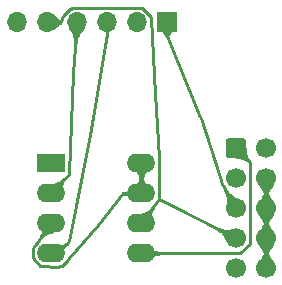
<source format=gbr>
%TF.GenerationSoftware,KiCad,Pcbnew,5.1.6*%
%TF.CreationDate,2020-10-08T05:31:35+03:00*%
%TF.ProjectId,pickit2_adapter,7069636b-6974-4325-9f61-646170746572,rev?*%
%TF.SameCoordinates,Original*%
%TF.FileFunction,Copper,L2,Bot*%
%TF.FilePolarity,Positive*%
%FSLAX46Y46*%
G04 Gerber Fmt 4.6, Leading zero omitted, Abs format (unit mm)*
G04 Created by KiCad (PCBNEW 5.1.6) date 2020-10-08 05:31:35*
%MOMM*%
%LPD*%
G01*
G04 APERTURE LIST*
%TA.AperFunction,ComponentPad*%
%ADD10O,2.400000X1.600000*%
%TD*%
%TA.AperFunction,ComponentPad*%
%ADD11R,2.400000X1.600000*%
%TD*%
%TA.AperFunction,ComponentPad*%
%ADD12C,1.700000*%
%TD*%
%TA.AperFunction,ComponentPad*%
%ADD13O,1.700000X1.700000*%
%TD*%
%TA.AperFunction,ComponentPad*%
%ADD14R,1.700000X1.700000*%
%TD*%
%TA.AperFunction,Conductor*%
%ADD15C,0.250000*%
%TD*%
%TA.AperFunction,Conductor*%
%ADD16C,0.025400*%
%TD*%
G04 APERTURE END LIST*
D10*
%TO.P,SPI,8*%
%TO.N,VDD*%
X94742000Y-50927000D03*
%TO.P,SPI,4*%
%TO.N,GND*%
X87122000Y-58547000D03*
%TO.P,SPI,7*%
%TO.N,VDD*%
X94742000Y-53467000D03*
%TO.P,SPI,3*%
X87122000Y-56007000D03*
%TO.P,SPI,6*%
%TO.N,pgc*%
X94742000Y-56007000D03*
%TO.P,SPI,2*%
%TO.N,pgd*%
X87122000Y-53467000D03*
%TO.P,SPI,5*%
%TO.N,pgm*%
X94742000Y-58547000D03*
D11*
%TO.P,SPI,1*%
%TO.N,vpp*%
X87122000Y-50927000D03*
%TD*%
D12*
%TO.P,AVR,10*%
%TO.N,GND*%
X105283000Y-59817000D03*
%TO.P,AVR,8*%
X105283000Y-57277000D03*
%TO.P,AVR,6*%
X105283000Y-54737000D03*
%TO.P,AVR,4*%
X105283000Y-52197000D03*
%TO.P,AVR,2*%
%TO.N,VDD*%
X105283000Y-49657000D03*
%TO.P,AVR,9*%
%TO.N,pgd*%
X102743000Y-59817000D03*
%TO.P,AVR,7*%
%TO.N,pgc*%
X102743000Y-57277000D03*
%TO.P,AVR,5*%
%TO.N,vpp*%
X102743000Y-54737000D03*
%TO.P,AVR,3*%
%TO.N,N/C*%
X102743000Y-52197000D03*
%TO.P,AVR,1*%
%TO.N,pgm*%
%TA.AperFunction,ComponentPad*%
G36*
G01*
X101893000Y-50257000D02*
X101893000Y-49057000D01*
G75*
G02*
X102143000Y-48807000I250000J0D01*
G01*
X103343000Y-48807000D01*
G75*
G02*
X103593000Y-49057000I0J-250000D01*
G01*
X103593000Y-50257000D01*
G75*
G02*
X103343000Y-50507000I-250000J0D01*
G01*
X102143000Y-50507000D01*
G75*
G02*
X101893000Y-50257000I0J250000D01*
G01*
G37*
%TD.AperFunction*%
%TD*%
D13*
%TO.P,PICkit2,6*%
%TO.N,pgm*%
X84201000Y-38989000D03*
%TO.P,PICkit2,5*%
%TO.N,pgc*%
X86741000Y-38989000D03*
%TO.P,PICkit2,4*%
%TO.N,pgd*%
X89281000Y-38989000D03*
%TO.P,PICkit2,3*%
%TO.N,GND*%
X91821000Y-38989000D03*
%TO.P,PICkit2,2*%
%TO.N,VDD*%
X94361000Y-38989000D03*
D14*
%TO.P,PICkit2,1*%
%TO.N,vpp*%
X96901000Y-38989000D03*
%TD*%
D15*
%TO.N,pgm*%
X102743000Y-49657000D02*
X103918400Y-50832400D01*
X103918400Y-50832400D02*
X103918400Y-57764100D01*
X103918400Y-57764100D02*
X103135500Y-58547000D01*
X103135500Y-58547000D02*
X94742000Y-58547000D01*
%TO.N,pgc*%
X96246700Y-53939300D02*
X96217400Y-53983100D01*
X96217400Y-53983100D02*
X96211700Y-53988800D01*
X96211700Y-53988800D02*
X94742000Y-56007000D01*
X87916300Y-38989000D02*
X88054700Y-38657100D01*
X88054700Y-38657100D02*
X88127700Y-38496800D01*
X88127700Y-38496800D02*
X88150600Y-38457500D01*
X88150600Y-38457500D02*
X88310200Y-38288600D01*
X88310200Y-38288600D02*
X88718600Y-37884100D01*
X88718600Y-37884100D02*
X88767000Y-37847300D01*
X88767000Y-37847300D02*
X88794100Y-37831900D01*
X88794100Y-37831900D02*
X88847500Y-37815700D01*
X88847500Y-37815700D02*
X88857700Y-37813700D01*
X88857700Y-37813700D02*
X94784300Y-37813700D01*
X94784300Y-37813700D02*
X94823100Y-37821400D01*
X94823100Y-37821400D02*
X94854300Y-37834300D01*
X94854300Y-37834300D02*
X94897300Y-37863100D01*
X94897300Y-37863100D02*
X95485100Y-38450900D01*
X95485100Y-38450900D02*
X95510700Y-38488200D01*
X95510700Y-38488200D02*
X95524700Y-38519700D01*
X95524700Y-38519700D02*
X95532900Y-38553800D01*
X95532900Y-38553800D02*
X95542200Y-38619000D01*
X95542200Y-38619000D02*
X95870900Y-45083300D01*
X95870900Y-45083300D02*
X96262900Y-50400800D01*
X96262900Y-50400800D02*
X96267300Y-50520200D01*
X96267300Y-50520200D02*
X96267300Y-53869400D01*
X96267300Y-53869400D02*
X96259600Y-53908100D01*
X96259600Y-53908100D02*
X96246700Y-53939300D01*
X102743000Y-57277000D02*
X96246700Y-53939300D01*
X86741000Y-38989000D02*
X87916300Y-38989000D01*
%TO.N,pgd*%
X89281000Y-38989000D02*
X88961400Y-43313800D01*
X88961400Y-43313800D02*
X88647200Y-51792500D01*
X88647200Y-51792500D02*
X88638800Y-51834400D01*
X88638800Y-51834400D02*
X88619900Y-51880200D01*
X88619900Y-51880200D02*
X88601700Y-51907400D01*
X88601700Y-51907400D02*
X88222000Y-52287100D01*
X88222000Y-52287100D02*
X87122000Y-53467000D01*
%TO.N,GND*%
X91821000Y-39977700D02*
X90425600Y-48532500D01*
X90425600Y-48532500D02*
X88589200Y-57544100D01*
X88589200Y-57544100D02*
X88574400Y-57592100D01*
X88574400Y-57592100D02*
X88564600Y-57615200D01*
X88564600Y-57615200D02*
X88546600Y-57644100D01*
X88546600Y-57644100D02*
X88517700Y-57677200D01*
X88517700Y-57677200D02*
X88457300Y-57736500D01*
X88457300Y-57736500D02*
X88408000Y-57777600D01*
X88408000Y-57777600D02*
X88302400Y-57852500D01*
X88302400Y-57852500D02*
X87296700Y-58452100D01*
X87296700Y-58452100D02*
X87122000Y-58547000D01*
X91821000Y-38989000D02*
X91821000Y-39977700D01*
X105283000Y-57277000D02*
X105283000Y-59817000D01*
X105283000Y-54737000D02*
X105283000Y-57277000D01*
X105283000Y-52197000D02*
X105283000Y-54737000D01*
%TO.N,VDD*%
X94742000Y-50927000D02*
X94742000Y-53467000D01*
X94742000Y-53467000D02*
X93216700Y-53467000D01*
X87122000Y-56007000D02*
X85937300Y-57647000D01*
X85937300Y-57647000D02*
X85748400Y-57887600D01*
X85748400Y-57887600D02*
X85635500Y-58044600D01*
X85635500Y-58044600D02*
X85612700Y-58086500D01*
X85612700Y-58086500D02*
X85596700Y-58132700D01*
X85596700Y-58132700D02*
X85596700Y-58949400D01*
X85596700Y-58949400D02*
X85604400Y-58988100D01*
X85604400Y-58988100D02*
X85617300Y-59019300D01*
X85617300Y-59019300D02*
X85646600Y-59063100D01*
X85646600Y-59063100D02*
X86205800Y-59622300D01*
X86205800Y-59622300D02*
X86241900Y-59646500D01*
X86241900Y-59646500D02*
X86285300Y-59664400D01*
X86285300Y-59664400D02*
X86325200Y-59672400D01*
X86325200Y-59672400D02*
X87619300Y-59678800D01*
X87619300Y-59678800D02*
X87915900Y-59673000D01*
X87915900Y-59673000D02*
X87961000Y-59663100D01*
X87961000Y-59663100D02*
X87989400Y-59652300D01*
X87989400Y-59652300D02*
X88030800Y-59629100D01*
X88030800Y-59629100D02*
X88190700Y-59475700D01*
X88190700Y-59475700D02*
X88572800Y-59089600D01*
X88572800Y-59089600D02*
X88655900Y-58996300D01*
X88655900Y-58996300D02*
X91068100Y-56145000D01*
X91068100Y-56145000D02*
X93216700Y-53467000D01*
%TO.N,vpp*%
X96901000Y-38989000D02*
X96901000Y-40164300D01*
X96901000Y-40164300D02*
X99755200Y-47051600D01*
X99755200Y-47051600D02*
X99780400Y-47119700D01*
X99780400Y-47119700D02*
X101372700Y-52076300D01*
X101372700Y-52076300D02*
X101582000Y-52674700D01*
X101582000Y-52674700D02*
X101744600Y-52979100D01*
X101744600Y-52979100D02*
X102742500Y-54735900D01*
X102742500Y-54735900D02*
X102743000Y-54737000D01*
%TD*%
D16*
%TO.N,pgm*%
G36*
X103580477Y-49675298D02*
G01*
X103583213Y-49795032D01*
X103583264Y-49795910D01*
X103594758Y-49920400D01*
X103594878Y-49921328D01*
X103614911Y-50041063D01*
X103615112Y-50042030D01*
X103643685Y-50157012D01*
X103643974Y-50158001D01*
X103681087Y-50268229D01*
X103681468Y-50269222D01*
X103727121Y-50374696D01*
X103727592Y-50375669D01*
X103781785Y-50476389D01*
X103782339Y-50477320D01*
X103845072Y-50573287D01*
X103845695Y-50574158D01*
X103916968Y-50665371D01*
X103917643Y-50666165D01*
X103989180Y-50743659D01*
X103829659Y-50903180D01*
X103752165Y-50831643D01*
X103751371Y-50830968D01*
X103660158Y-50759695D01*
X103659287Y-50759072D01*
X103563320Y-50696339D01*
X103562389Y-50695785D01*
X103461669Y-50641592D01*
X103460696Y-50641121D01*
X103355222Y-50595468D01*
X103354229Y-50595087D01*
X103244001Y-50557974D01*
X103243012Y-50557685D01*
X103128030Y-50529112D01*
X103127063Y-50528911D01*
X103007328Y-50508878D01*
X103006400Y-50508758D01*
X102881910Y-50497264D01*
X102881032Y-50497213D01*
X102761298Y-50494477D01*
X102460459Y-49374459D01*
X103580477Y-49675298D01*
G37*
X103580477Y-49675298D02*
X103583213Y-49795032D01*
X103583264Y-49795910D01*
X103594758Y-49920400D01*
X103594878Y-49921328D01*
X103614911Y-50041063D01*
X103615112Y-50042030D01*
X103643685Y-50157012D01*
X103643974Y-50158001D01*
X103681087Y-50268229D01*
X103681468Y-50269222D01*
X103727121Y-50374696D01*
X103727592Y-50375669D01*
X103781785Y-50476389D01*
X103782339Y-50477320D01*
X103845072Y-50573287D01*
X103845695Y-50574158D01*
X103916968Y-50665371D01*
X103917643Y-50666165D01*
X103989180Y-50743659D01*
X103829659Y-50903180D01*
X103752165Y-50831643D01*
X103751371Y-50830968D01*
X103660158Y-50759695D01*
X103659287Y-50759072D01*
X103563320Y-50696339D01*
X103562389Y-50695785D01*
X103461669Y-50641592D01*
X103460696Y-50641121D01*
X103355222Y-50595468D01*
X103354229Y-50595087D01*
X103244001Y-50557974D01*
X103243012Y-50557685D01*
X103128030Y-50529112D01*
X103127063Y-50528911D01*
X103007328Y-50508878D01*
X103006400Y-50508758D01*
X102881910Y-50497264D01*
X102881032Y-50497213D01*
X102761298Y-50494477D01*
X102460459Y-49374459D01*
X103580477Y-49675298D01*
G36*
X95391916Y-58078874D02*
G01*
X95392660Y-58079525D01*
X95484102Y-58153475D01*
X95484926Y-58154088D01*
X95580478Y-58219338D01*
X95581372Y-58219896D01*
X95681034Y-58276446D01*
X95681984Y-58276933D01*
X95785756Y-58324783D01*
X95786742Y-58325188D01*
X95894624Y-58364338D01*
X95895624Y-58364655D01*
X96007616Y-58395105D01*
X96008610Y-58395333D01*
X96124712Y-58417083D01*
X96125679Y-58417226D01*
X96245891Y-58430276D01*
X96246818Y-58430342D01*
X96358885Y-58434264D01*
X96358885Y-58659736D01*
X96246818Y-58663657D01*
X96245891Y-58663723D01*
X96125679Y-58676773D01*
X96124712Y-58676916D01*
X96008610Y-58698666D01*
X96007616Y-58698894D01*
X95895624Y-58729344D01*
X95894624Y-58729661D01*
X95786742Y-58768811D01*
X95785756Y-58769216D01*
X95681984Y-58817066D01*
X95681034Y-58817553D01*
X95581372Y-58874103D01*
X95580478Y-58874661D01*
X95484926Y-58939911D01*
X95484102Y-58940524D01*
X95392660Y-59014474D01*
X95391916Y-59015125D01*
X95311458Y-59091271D01*
X94367426Y-58547000D01*
X95311458Y-58002729D01*
X95391916Y-58078874D01*
G37*
X95391916Y-58078874D02*
X95392660Y-58079525D01*
X95484102Y-58153475D01*
X95484926Y-58154088D01*
X95580478Y-58219338D01*
X95581372Y-58219896D01*
X95681034Y-58276446D01*
X95681984Y-58276933D01*
X95785756Y-58324783D01*
X95786742Y-58325188D01*
X95894624Y-58364338D01*
X95895624Y-58364655D01*
X96007616Y-58395105D01*
X96008610Y-58395333D01*
X96124712Y-58417083D01*
X96125679Y-58417226D01*
X96245891Y-58430276D01*
X96246818Y-58430342D01*
X96358885Y-58434264D01*
X96358885Y-58659736D01*
X96246818Y-58663657D01*
X96245891Y-58663723D01*
X96125679Y-58676773D01*
X96124712Y-58676916D01*
X96008610Y-58698666D01*
X96007616Y-58698894D01*
X95895624Y-58729344D01*
X95894624Y-58729661D01*
X95786742Y-58768811D01*
X95785756Y-58769216D01*
X95681984Y-58817066D01*
X95681034Y-58817553D01*
X95581372Y-58874103D01*
X95580478Y-58874661D01*
X95484926Y-58939911D01*
X95484102Y-58940524D01*
X95392660Y-59014474D01*
X95391916Y-59015125D01*
X95311458Y-59091271D01*
X94367426Y-58547000D01*
X95311458Y-58002729D01*
X95391916Y-58078874D01*
%TO.N,pgc*%
G36*
X95784951Y-54766323D02*
G01*
X95722150Y-54859222D01*
X95721658Y-54860010D01*
X95661441Y-54964868D01*
X95660987Y-54965735D01*
X95610223Y-55072392D01*
X95609822Y-55073329D01*
X95568510Y-55181785D01*
X95568177Y-55182781D01*
X95536318Y-55293037D01*
X95536066Y-55294072D01*
X95513658Y-55406126D01*
X95513492Y-55407180D01*
X95500537Y-55521033D01*
X95500462Y-55522085D01*
X95496959Y-55637738D01*
X95496969Y-55638765D01*
X95502919Y-55756216D01*
X95503008Y-55757200D01*
X95517198Y-55867064D01*
X94521499Y-56309793D01*
X94637254Y-55226269D01*
X94746170Y-55206053D01*
X94747134Y-55205835D01*
X94860743Y-55175448D01*
X94861723Y-55175142D01*
X94970718Y-55136312D01*
X94971696Y-55135918D01*
X95076077Y-55088643D01*
X95077029Y-55088162D01*
X95176798Y-55032444D01*
X95177706Y-55031886D01*
X95272861Y-54967724D01*
X95273706Y-54967102D01*
X95364247Y-54894496D01*
X95365016Y-54893827D01*
X95450945Y-54812778D01*
X95451630Y-54812079D01*
X95532945Y-54722585D01*
X95533545Y-54721876D01*
X95602686Y-54633593D01*
X95784951Y-54766323D01*
G37*
X95784951Y-54766323D02*
X95722150Y-54859222D01*
X95721658Y-54860010D01*
X95661441Y-54964868D01*
X95660987Y-54965735D01*
X95610223Y-55072392D01*
X95609822Y-55073329D01*
X95568510Y-55181785D01*
X95568177Y-55182781D01*
X95536318Y-55293037D01*
X95536066Y-55294072D01*
X95513658Y-55406126D01*
X95513492Y-55407180D01*
X95500537Y-55521033D01*
X95500462Y-55522085D01*
X95496959Y-55637738D01*
X95496969Y-55638765D01*
X95502919Y-55756216D01*
X95503008Y-55757200D01*
X95517198Y-55867064D01*
X94521499Y-56309793D01*
X94637254Y-55226269D01*
X94746170Y-55206053D01*
X94747134Y-55205835D01*
X94860743Y-55175448D01*
X94861723Y-55175142D01*
X94970718Y-55136312D01*
X94971696Y-55135918D01*
X95076077Y-55088643D01*
X95077029Y-55088162D01*
X95176798Y-55032444D01*
X95177706Y-55031886D01*
X95272861Y-54967724D01*
X95273706Y-54967102D01*
X95364247Y-54894496D01*
X95365016Y-54893827D01*
X95450945Y-54812778D01*
X95451630Y-54812079D01*
X95532945Y-54722585D01*
X95533545Y-54721876D01*
X95602686Y-54633593D01*
X95784951Y-54766323D01*
G36*
X101359488Y-56434624D02*
G01*
X101360342Y-56434989D01*
X101482291Y-56481793D01*
X101483218Y-56482108D01*
X101605517Y-56518522D01*
X101606505Y-56518773D01*
X101729151Y-56544799D01*
X101730185Y-56544975D01*
X101853181Y-56560612D01*
X101854243Y-56560702D01*
X101977586Y-56565949D01*
X101978653Y-56565949D01*
X102102345Y-56560807D01*
X102103396Y-56560720D01*
X102227437Y-56545190D01*
X102228450Y-56545021D01*
X102352839Y-56519101D01*
X102353797Y-56518862D01*
X102469449Y-56485199D01*
X103098408Y-57459603D01*
X101940000Y-57515684D01*
X101900022Y-57402061D01*
X101899658Y-57401142D01*
X101848297Y-57284925D01*
X101847844Y-57284004D01*
X101788240Y-57174120D01*
X101787700Y-57173215D01*
X101719853Y-57069663D01*
X101719231Y-57068795D01*
X101643141Y-56971577D01*
X101642450Y-56970767D01*
X101558116Y-56879881D01*
X101557371Y-56879142D01*
X101464795Y-56794590D01*
X101464015Y-56793933D01*
X101363195Y-56715713D01*
X101362399Y-56715143D01*
X101253337Y-56643256D01*
X101252543Y-56642774D01*
X101145943Y-56583203D01*
X101248984Y-56382651D01*
X101359488Y-56434624D01*
G37*
X101359488Y-56434624D02*
X101360342Y-56434989D01*
X101482291Y-56481793D01*
X101483218Y-56482108D01*
X101605517Y-56518522D01*
X101606505Y-56518773D01*
X101729151Y-56544799D01*
X101730185Y-56544975D01*
X101853181Y-56560612D01*
X101854243Y-56560702D01*
X101977586Y-56565949D01*
X101978653Y-56565949D01*
X102102345Y-56560807D01*
X102103396Y-56560720D01*
X102227437Y-56545190D01*
X102228450Y-56545021D01*
X102352839Y-56519101D01*
X102353797Y-56518862D01*
X102469449Y-56485199D01*
X103098408Y-57459603D01*
X101940000Y-57515684D01*
X101900022Y-57402061D01*
X101899658Y-57401142D01*
X101848297Y-57284925D01*
X101847844Y-57284004D01*
X101788240Y-57174120D01*
X101787700Y-57173215D01*
X101719853Y-57069663D01*
X101719231Y-57068795D01*
X101643141Y-56971577D01*
X101642450Y-56970767D01*
X101558116Y-56879881D01*
X101557371Y-56879142D01*
X101464795Y-56794590D01*
X101464015Y-56793933D01*
X101363195Y-56715713D01*
X101362399Y-56715143D01*
X101253337Y-56643256D01*
X101252543Y-56642774D01*
X101145943Y-56583203D01*
X101248984Y-56382651D01*
X101359488Y-56434624D01*
G36*
X87427613Y-38492245D02*
G01*
X87427740Y-38492371D01*
X87509285Y-38572271D01*
X87509443Y-38572423D01*
X87583926Y-38642923D01*
X87584128Y-38643111D01*
X87651549Y-38704211D01*
X87651815Y-38704445D01*
X87712174Y-38756145D01*
X87712541Y-38756448D01*
X87765838Y-38798748D01*
X87766370Y-38799148D01*
X87812605Y-38832048D01*
X87813435Y-38832591D01*
X87852608Y-38856091D01*
X87854035Y-38856828D01*
X87886145Y-38870928D01*
X87888908Y-38871782D01*
X87903600Y-38874539D01*
X87903600Y-39103460D01*
X87888909Y-39106217D01*
X87886145Y-39107071D01*
X87854035Y-39121171D01*
X87852608Y-39121908D01*
X87813435Y-39145408D01*
X87812605Y-39145951D01*
X87766370Y-39178851D01*
X87765838Y-39179251D01*
X87712541Y-39221551D01*
X87712174Y-39221854D01*
X87651815Y-39273554D01*
X87651549Y-39273788D01*
X87584128Y-39334888D01*
X87583926Y-39335076D01*
X87509443Y-39405576D01*
X87509285Y-39405728D01*
X87427740Y-39485628D01*
X87427613Y-39485754D01*
X87345893Y-39568114D01*
X86341426Y-38989000D01*
X87345893Y-38409886D01*
X87427613Y-38492245D01*
G37*
X87427613Y-38492245D02*
X87427740Y-38492371D01*
X87509285Y-38572271D01*
X87509443Y-38572423D01*
X87583926Y-38642923D01*
X87584128Y-38643111D01*
X87651549Y-38704211D01*
X87651815Y-38704445D01*
X87712174Y-38756145D01*
X87712541Y-38756448D01*
X87765838Y-38798748D01*
X87766370Y-38799148D01*
X87812605Y-38832048D01*
X87813435Y-38832591D01*
X87852608Y-38856091D01*
X87854035Y-38856828D01*
X87886145Y-38870928D01*
X87888908Y-38871782D01*
X87903600Y-38874539D01*
X87903600Y-39103460D01*
X87888909Y-39106217D01*
X87886145Y-39107071D01*
X87854035Y-39121171D01*
X87852608Y-39121908D01*
X87813435Y-39145408D01*
X87812605Y-39145951D01*
X87766370Y-39178851D01*
X87765838Y-39179251D01*
X87712541Y-39221551D01*
X87712174Y-39221854D01*
X87651815Y-39273554D01*
X87651549Y-39273788D01*
X87584128Y-39334888D01*
X87583926Y-39335076D01*
X87509443Y-39405576D01*
X87509285Y-39405728D01*
X87427740Y-39485628D01*
X87427613Y-39485754D01*
X87345893Y-39568114D01*
X86341426Y-38989000D01*
X87345893Y-38409886D01*
X87427613Y-38492245D01*
%TO.N,pgd*%
G36*
X89814095Y-39635210D02*
G01*
X89725077Y-39716354D01*
X89724374Y-39717048D01*
X89637411Y-39809686D01*
X89636739Y-39810462D01*
X89558822Y-39908218D01*
X89558199Y-39909069D01*
X89489331Y-40011944D01*
X89488776Y-40012855D01*
X89428954Y-40120849D01*
X89428477Y-40121802D01*
X89377703Y-40234913D01*
X89377313Y-40235887D01*
X89335586Y-40354118D01*
X89335286Y-40355093D01*
X89302607Y-40478441D01*
X89302393Y-40479395D01*
X89278761Y-40607863D01*
X89278626Y-40608783D01*
X89265373Y-40730178D01*
X89040511Y-40713561D01*
X89045246Y-40591535D01*
X89045248Y-40590606D01*
X89040757Y-40460060D01*
X89040686Y-40459084D01*
X89026493Y-40332272D01*
X89026339Y-40331265D01*
X89002445Y-40208185D01*
X89002203Y-40207164D01*
X88968608Y-40087818D01*
X88968276Y-40086805D01*
X88924978Y-39971191D01*
X88924562Y-39970208D01*
X88871564Y-39858327D01*
X88871074Y-39857394D01*
X88808373Y-39749246D01*
X88807823Y-39748379D01*
X88735422Y-39643964D01*
X88734827Y-39643175D01*
X88658705Y-39549829D01*
X89310447Y-38590514D01*
X89814095Y-39635210D01*
G37*
X89814095Y-39635210D02*
X89725077Y-39716354D01*
X89724374Y-39717048D01*
X89637411Y-39809686D01*
X89636739Y-39810462D01*
X89558822Y-39908218D01*
X89558199Y-39909069D01*
X89489331Y-40011944D01*
X89488776Y-40012855D01*
X89428954Y-40120849D01*
X89428477Y-40121802D01*
X89377703Y-40234913D01*
X89377313Y-40235887D01*
X89335586Y-40354118D01*
X89335286Y-40355093D01*
X89302607Y-40478441D01*
X89302393Y-40479395D01*
X89278761Y-40607863D01*
X89278626Y-40608783D01*
X89265373Y-40730178D01*
X89040511Y-40713561D01*
X89045246Y-40591535D01*
X89045248Y-40590606D01*
X89040757Y-40460060D01*
X89040686Y-40459084D01*
X89026493Y-40332272D01*
X89026339Y-40331265D01*
X89002445Y-40208185D01*
X89002203Y-40207164D01*
X88968608Y-40087818D01*
X88968276Y-40086805D01*
X88924978Y-39971191D01*
X88924562Y-39970208D01*
X88871564Y-39858327D01*
X88871074Y-39857394D01*
X88808373Y-39749246D01*
X88807823Y-39748379D01*
X88735422Y-39643964D01*
X88734827Y-39643175D01*
X88658705Y-39549829D01*
X89310447Y-38590514D01*
X89814095Y-39635210D01*
G36*
X88295807Y-52373273D02*
G01*
X88224373Y-52455629D01*
X88223778Y-52456370D01*
X88153258Y-52551150D01*
X88152695Y-52551971D01*
X88091117Y-52649917D01*
X88090604Y-52650813D01*
X88037968Y-52751927D01*
X88037520Y-52752883D01*
X87993825Y-52857165D01*
X87993454Y-52858165D01*
X87958700Y-52965613D01*
X87958416Y-52966635D01*
X87932605Y-53077250D01*
X87932410Y-53078273D01*
X87915540Y-53192056D01*
X87915432Y-53193060D01*
X87907503Y-53310010D01*
X87907474Y-53310976D01*
X87908408Y-53421622D01*
X86866577Y-53740977D01*
X87112215Y-52679344D01*
X87222653Y-52672529D01*
X87223615Y-52672433D01*
X87339723Y-52656337D01*
X87340717Y-52656158D01*
X87453039Y-52631364D01*
X87454046Y-52631098D01*
X87562584Y-52597606D01*
X87563584Y-52597251D01*
X87668336Y-52555061D01*
X87669307Y-52554622D01*
X87770273Y-52503734D01*
X87771195Y-52503220D01*
X87868376Y-52443634D01*
X87869234Y-52443059D01*
X87962630Y-52374775D01*
X87963410Y-52374156D01*
X88053020Y-52297174D01*
X88053717Y-52296529D01*
X88130872Y-52219506D01*
X88295807Y-52373273D01*
G37*
X88295807Y-52373273D02*
X88224373Y-52455629D01*
X88223778Y-52456370D01*
X88153258Y-52551150D01*
X88152695Y-52551971D01*
X88091117Y-52649917D01*
X88090604Y-52650813D01*
X88037968Y-52751927D01*
X88037520Y-52752883D01*
X87993825Y-52857165D01*
X87993454Y-52858165D01*
X87958700Y-52965613D01*
X87958416Y-52966635D01*
X87932605Y-53077250D01*
X87932410Y-53078273D01*
X87915540Y-53192056D01*
X87915432Y-53193060D01*
X87907503Y-53310010D01*
X87907474Y-53310976D01*
X87908408Y-53421622D01*
X86866577Y-53740977D01*
X87112215Y-52679344D01*
X87222653Y-52672529D01*
X87223615Y-52672433D01*
X87339723Y-52656337D01*
X87340717Y-52656158D01*
X87453039Y-52631364D01*
X87454046Y-52631098D01*
X87562584Y-52597606D01*
X87563584Y-52597251D01*
X87668336Y-52555061D01*
X87669307Y-52554622D01*
X87770273Y-52503734D01*
X87771195Y-52503220D01*
X87868376Y-52443634D01*
X87869234Y-52443059D01*
X87962630Y-52374775D01*
X87963410Y-52374156D01*
X88053020Y-52297174D01*
X88053717Y-52296529D01*
X88130872Y-52219506D01*
X88295807Y-52373273D01*
%TO.N,GND*%
G36*
X88349241Y-57955868D02*
G01*
X88296609Y-57990013D01*
X88295434Y-57990875D01*
X88236144Y-58039844D01*
X88235136Y-58040771D01*
X88179445Y-58097907D01*
X88178612Y-58098853D01*
X88126521Y-58164158D01*
X88125849Y-58165081D01*
X88077357Y-58238554D01*
X88076828Y-58239431D01*
X88031936Y-58321071D01*
X88031526Y-58321885D01*
X87990233Y-58411694D01*
X87989919Y-58412439D01*
X87952226Y-58510415D01*
X87951987Y-58511091D01*
X87917893Y-58617236D01*
X87917714Y-58617847D01*
X87889697Y-58722875D01*
X86800269Y-58738816D01*
X87332331Y-57788028D01*
X87438121Y-57813449D01*
X87438715Y-57813577D01*
X87548548Y-57834468D01*
X87549222Y-57834578D01*
X87653744Y-57848691D01*
X87654506Y-57848770D01*
X87753716Y-57856106D01*
X87754577Y-57856141D01*
X87848477Y-57856700D01*
X87849442Y-57856669D01*
X87938031Y-57850451D01*
X87939100Y-57850330D01*
X88022378Y-57837334D01*
X88023542Y-57837096D01*
X88101509Y-57817322D01*
X88102746Y-57816941D01*
X88175402Y-57790391D01*
X88176676Y-57789844D01*
X88233494Y-57761726D01*
X88349241Y-57955868D01*
G37*
X88349241Y-57955868D02*
X88296609Y-57990013D01*
X88295434Y-57990875D01*
X88236144Y-58039844D01*
X88235136Y-58040771D01*
X88179445Y-58097907D01*
X88178612Y-58098853D01*
X88126521Y-58164158D01*
X88125849Y-58165081D01*
X88077357Y-58238554D01*
X88076828Y-58239431D01*
X88031936Y-58321071D01*
X88031526Y-58321885D01*
X87990233Y-58411694D01*
X87989919Y-58412439D01*
X87952226Y-58510415D01*
X87951987Y-58511091D01*
X87917893Y-58617236D01*
X87917714Y-58617847D01*
X87889697Y-58722875D01*
X86800269Y-58738816D01*
X87332331Y-57788028D01*
X87438121Y-57813449D01*
X87438715Y-57813577D01*
X87548548Y-57834468D01*
X87549222Y-57834578D01*
X87653744Y-57848691D01*
X87654506Y-57848770D01*
X87753716Y-57856106D01*
X87754577Y-57856141D01*
X87848477Y-57856700D01*
X87849442Y-57856669D01*
X87938031Y-57850451D01*
X87939100Y-57850330D01*
X88022378Y-57837334D01*
X88023542Y-57837096D01*
X88101509Y-57817322D01*
X88102746Y-57816941D01*
X88175402Y-57790391D01*
X88176676Y-57789844D01*
X88233494Y-57761726D01*
X88349241Y-57955868D01*
G36*
X105400008Y-58201446D02*
G01*
X105400074Y-58202373D01*
X105414174Y-58332233D01*
X105414317Y-58333201D01*
X105437817Y-58458623D01*
X105438045Y-58459617D01*
X105470945Y-58580601D01*
X105471262Y-58581601D01*
X105513562Y-58698147D01*
X105513967Y-58699132D01*
X105565667Y-58811241D01*
X105566155Y-58812191D01*
X105627255Y-58919861D01*
X105627812Y-58920755D01*
X105698312Y-59023988D01*
X105698925Y-59024812D01*
X105778825Y-59123607D01*
X105779476Y-59124351D01*
X105862271Y-59211835D01*
X105283000Y-60216574D01*
X104703729Y-59211835D01*
X104786524Y-59124351D01*
X104787175Y-59123607D01*
X104867075Y-59024812D01*
X104867688Y-59023988D01*
X104938188Y-58920755D01*
X104938745Y-58919861D01*
X104999845Y-58812191D01*
X105000333Y-58811241D01*
X105052033Y-58699132D01*
X105052438Y-58698147D01*
X105094738Y-58581601D01*
X105095055Y-58580601D01*
X105127955Y-58459617D01*
X105128183Y-58458623D01*
X105151683Y-58333201D01*
X105151826Y-58332233D01*
X105165926Y-58202373D01*
X105165992Y-58201446D01*
X105170263Y-58079405D01*
X105395737Y-58079405D01*
X105400008Y-58201446D01*
G37*
X105400008Y-58201446D02*
X105400074Y-58202373D01*
X105414174Y-58332233D01*
X105414317Y-58333201D01*
X105437817Y-58458623D01*
X105438045Y-58459617D01*
X105470945Y-58580601D01*
X105471262Y-58581601D01*
X105513562Y-58698147D01*
X105513967Y-58699132D01*
X105565667Y-58811241D01*
X105566155Y-58812191D01*
X105627255Y-58919861D01*
X105627812Y-58920755D01*
X105698312Y-59023988D01*
X105698925Y-59024812D01*
X105778825Y-59123607D01*
X105779476Y-59124351D01*
X105862271Y-59211835D01*
X105283000Y-60216574D01*
X104703729Y-59211835D01*
X104786524Y-59124351D01*
X104787175Y-59123607D01*
X104867075Y-59024812D01*
X104867688Y-59023988D01*
X104938188Y-58920755D01*
X104938745Y-58919861D01*
X104999845Y-58812191D01*
X105000333Y-58811241D01*
X105052033Y-58699132D01*
X105052438Y-58698147D01*
X105094738Y-58581601D01*
X105095055Y-58580601D01*
X105127955Y-58459617D01*
X105128183Y-58458623D01*
X105151683Y-58333201D01*
X105151826Y-58332233D01*
X105165926Y-58202373D01*
X105165992Y-58201446D01*
X105170263Y-58079405D01*
X105395737Y-58079405D01*
X105400008Y-58201446D01*
G36*
X105862271Y-57882165D02*
G01*
X105779476Y-57969648D01*
X105778825Y-57970392D01*
X105698925Y-58069187D01*
X105698312Y-58070011D01*
X105627812Y-58173244D01*
X105627255Y-58174138D01*
X105566155Y-58281809D01*
X105565667Y-58282759D01*
X105513967Y-58394867D01*
X105513562Y-58395852D01*
X105471262Y-58512398D01*
X105470945Y-58513398D01*
X105438045Y-58634382D01*
X105437817Y-58635376D01*
X105414317Y-58760798D01*
X105414174Y-58761766D01*
X105400074Y-58891626D01*
X105400008Y-58892553D01*
X105395737Y-59014595D01*
X105170263Y-59014595D01*
X105165992Y-58892553D01*
X105165926Y-58891626D01*
X105151826Y-58761766D01*
X105151683Y-58760798D01*
X105128183Y-58635376D01*
X105127955Y-58634382D01*
X105095055Y-58513398D01*
X105094738Y-58512398D01*
X105052438Y-58395852D01*
X105052033Y-58394867D01*
X105000333Y-58282759D01*
X104999845Y-58281809D01*
X104938745Y-58174138D01*
X104938188Y-58173244D01*
X104867688Y-58070011D01*
X104867075Y-58069187D01*
X104787175Y-57970392D01*
X104786524Y-57969648D01*
X104703729Y-57882165D01*
X105283000Y-56877426D01*
X105862271Y-57882165D01*
G37*
X105862271Y-57882165D02*
X105779476Y-57969648D01*
X105778825Y-57970392D01*
X105698925Y-58069187D01*
X105698312Y-58070011D01*
X105627812Y-58173244D01*
X105627255Y-58174138D01*
X105566155Y-58281809D01*
X105565667Y-58282759D01*
X105513967Y-58394867D01*
X105513562Y-58395852D01*
X105471262Y-58512398D01*
X105470945Y-58513398D01*
X105438045Y-58634382D01*
X105437817Y-58635376D01*
X105414317Y-58760798D01*
X105414174Y-58761766D01*
X105400074Y-58891626D01*
X105400008Y-58892553D01*
X105395737Y-59014595D01*
X105170263Y-59014595D01*
X105165992Y-58892553D01*
X105165926Y-58891626D01*
X105151826Y-58761766D01*
X105151683Y-58760798D01*
X105128183Y-58635376D01*
X105127955Y-58634382D01*
X105095055Y-58513398D01*
X105094738Y-58512398D01*
X105052438Y-58395852D01*
X105052033Y-58394867D01*
X105000333Y-58282759D01*
X104999845Y-58281809D01*
X104938745Y-58174138D01*
X104938188Y-58173244D01*
X104867688Y-58070011D01*
X104867075Y-58069187D01*
X104787175Y-57970392D01*
X104786524Y-57969648D01*
X104703729Y-57882165D01*
X105283000Y-56877426D01*
X105862271Y-57882165D01*
G36*
X105400008Y-55661446D02*
G01*
X105400074Y-55662373D01*
X105414174Y-55792233D01*
X105414317Y-55793201D01*
X105437817Y-55918623D01*
X105438045Y-55919617D01*
X105470945Y-56040601D01*
X105471262Y-56041601D01*
X105513562Y-56158147D01*
X105513967Y-56159132D01*
X105565667Y-56271241D01*
X105566155Y-56272191D01*
X105627255Y-56379861D01*
X105627812Y-56380755D01*
X105698312Y-56483988D01*
X105698925Y-56484812D01*
X105778825Y-56583607D01*
X105779476Y-56584351D01*
X105862271Y-56671835D01*
X105283000Y-57676574D01*
X104703729Y-56671835D01*
X104786524Y-56584351D01*
X104787175Y-56583607D01*
X104867075Y-56484812D01*
X104867688Y-56483988D01*
X104938188Y-56380755D01*
X104938745Y-56379861D01*
X104999845Y-56272191D01*
X105000333Y-56271241D01*
X105052033Y-56159132D01*
X105052438Y-56158147D01*
X105094738Y-56041601D01*
X105095055Y-56040601D01*
X105127955Y-55919617D01*
X105128183Y-55918623D01*
X105151683Y-55793201D01*
X105151826Y-55792233D01*
X105165926Y-55662373D01*
X105165992Y-55661446D01*
X105170263Y-55539405D01*
X105395737Y-55539405D01*
X105400008Y-55661446D01*
G37*
X105400008Y-55661446D02*
X105400074Y-55662373D01*
X105414174Y-55792233D01*
X105414317Y-55793201D01*
X105437817Y-55918623D01*
X105438045Y-55919617D01*
X105470945Y-56040601D01*
X105471262Y-56041601D01*
X105513562Y-56158147D01*
X105513967Y-56159132D01*
X105565667Y-56271241D01*
X105566155Y-56272191D01*
X105627255Y-56379861D01*
X105627812Y-56380755D01*
X105698312Y-56483988D01*
X105698925Y-56484812D01*
X105778825Y-56583607D01*
X105779476Y-56584351D01*
X105862271Y-56671835D01*
X105283000Y-57676574D01*
X104703729Y-56671835D01*
X104786524Y-56584351D01*
X104787175Y-56583607D01*
X104867075Y-56484812D01*
X104867688Y-56483988D01*
X104938188Y-56380755D01*
X104938745Y-56379861D01*
X104999845Y-56272191D01*
X105000333Y-56271241D01*
X105052033Y-56159132D01*
X105052438Y-56158147D01*
X105094738Y-56041601D01*
X105095055Y-56040601D01*
X105127955Y-55919617D01*
X105128183Y-55918623D01*
X105151683Y-55793201D01*
X105151826Y-55792233D01*
X105165926Y-55662373D01*
X105165992Y-55661446D01*
X105170263Y-55539405D01*
X105395737Y-55539405D01*
X105400008Y-55661446D01*
G36*
X105862271Y-55342165D02*
G01*
X105779476Y-55429648D01*
X105778825Y-55430392D01*
X105698925Y-55529187D01*
X105698312Y-55530011D01*
X105627812Y-55633244D01*
X105627255Y-55634138D01*
X105566155Y-55741809D01*
X105565667Y-55742759D01*
X105513967Y-55854867D01*
X105513562Y-55855852D01*
X105471262Y-55972398D01*
X105470945Y-55973398D01*
X105438045Y-56094382D01*
X105437817Y-56095376D01*
X105414317Y-56220798D01*
X105414174Y-56221766D01*
X105400074Y-56351626D01*
X105400008Y-56352553D01*
X105395737Y-56474595D01*
X105170263Y-56474595D01*
X105165992Y-56352553D01*
X105165926Y-56351626D01*
X105151826Y-56221766D01*
X105151683Y-56220798D01*
X105128183Y-56095376D01*
X105127955Y-56094382D01*
X105095055Y-55973398D01*
X105094738Y-55972398D01*
X105052438Y-55855852D01*
X105052033Y-55854867D01*
X105000333Y-55742759D01*
X104999845Y-55741809D01*
X104938745Y-55634138D01*
X104938188Y-55633244D01*
X104867688Y-55530011D01*
X104867075Y-55529187D01*
X104787175Y-55430392D01*
X104786524Y-55429648D01*
X104703729Y-55342165D01*
X105283000Y-54337426D01*
X105862271Y-55342165D01*
G37*
X105862271Y-55342165D02*
X105779476Y-55429648D01*
X105778825Y-55430392D01*
X105698925Y-55529187D01*
X105698312Y-55530011D01*
X105627812Y-55633244D01*
X105627255Y-55634138D01*
X105566155Y-55741809D01*
X105565667Y-55742759D01*
X105513967Y-55854867D01*
X105513562Y-55855852D01*
X105471262Y-55972398D01*
X105470945Y-55973398D01*
X105438045Y-56094382D01*
X105437817Y-56095376D01*
X105414317Y-56220798D01*
X105414174Y-56221766D01*
X105400074Y-56351626D01*
X105400008Y-56352553D01*
X105395737Y-56474595D01*
X105170263Y-56474595D01*
X105165992Y-56352553D01*
X105165926Y-56351626D01*
X105151826Y-56221766D01*
X105151683Y-56220798D01*
X105128183Y-56095376D01*
X105127955Y-56094382D01*
X105095055Y-55973398D01*
X105094738Y-55972398D01*
X105052438Y-55855852D01*
X105052033Y-55854867D01*
X105000333Y-55742759D01*
X104999845Y-55741809D01*
X104938745Y-55634138D01*
X104938188Y-55633244D01*
X104867688Y-55530011D01*
X104867075Y-55529187D01*
X104787175Y-55430392D01*
X104786524Y-55429648D01*
X104703729Y-55342165D01*
X105283000Y-54337426D01*
X105862271Y-55342165D01*
G36*
X105400008Y-53121446D02*
G01*
X105400074Y-53122373D01*
X105414174Y-53252233D01*
X105414317Y-53253201D01*
X105437817Y-53378623D01*
X105438045Y-53379617D01*
X105470945Y-53500601D01*
X105471262Y-53501601D01*
X105513562Y-53618147D01*
X105513967Y-53619132D01*
X105565667Y-53731241D01*
X105566155Y-53732191D01*
X105627255Y-53839861D01*
X105627812Y-53840755D01*
X105698312Y-53943988D01*
X105698925Y-53944812D01*
X105778825Y-54043607D01*
X105779476Y-54044351D01*
X105862271Y-54131835D01*
X105283000Y-55136574D01*
X104703729Y-54131835D01*
X104786524Y-54044351D01*
X104787175Y-54043607D01*
X104867075Y-53944812D01*
X104867688Y-53943988D01*
X104938188Y-53840755D01*
X104938745Y-53839861D01*
X104999845Y-53732191D01*
X105000333Y-53731241D01*
X105052033Y-53619132D01*
X105052438Y-53618147D01*
X105094738Y-53501601D01*
X105095055Y-53500601D01*
X105127955Y-53379617D01*
X105128183Y-53378623D01*
X105151683Y-53253201D01*
X105151826Y-53252233D01*
X105165926Y-53122373D01*
X105165992Y-53121446D01*
X105170263Y-52999405D01*
X105395737Y-52999405D01*
X105400008Y-53121446D01*
G37*
X105400008Y-53121446D02*
X105400074Y-53122373D01*
X105414174Y-53252233D01*
X105414317Y-53253201D01*
X105437817Y-53378623D01*
X105438045Y-53379617D01*
X105470945Y-53500601D01*
X105471262Y-53501601D01*
X105513562Y-53618147D01*
X105513967Y-53619132D01*
X105565667Y-53731241D01*
X105566155Y-53732191D01*
X105627255Y-53839861D01*
X105627812Y-53840755D01*
X105698312Y-53943988D01*
X105698925Y-53944812D01*
X105778825Y-54043607D01*
X105779476Y-54044351D01*
X105862271Y-54131835D01*
X105283000Y-55136574D01*
X104703729Y-54131835D01*
X104786524Y-54044351D01*
X104787175Y-54043607D01*
X104867075Y-53944812D01*
X104867688Y-53943988D01*
X104938188Y-53840755D01*
X104938745Y-53839861D01*
X104999845Y-53732191D01*
X105000333Y-53731241D01*
X105052033Y-53619132D01*
X105052438Y-53618147D01*
X105094738Y-53501601D01*
X105095055Y-53500601D01*
X105127955Y-53379617D01*
X105128183Y-53378623D01*
X105151683Y-53253201D01*
X105151826Y-53252233D01*
X105165926Y-53122373D01*
X105165992Y-53121446D01*
X105170263Y-52999405D01*
X105395737Y-52999405D01*
X105400008Y-53121446D01*
G36*
X105862271Y-52802165D02*
G01*
X105779476Y-52889648D01*
X105778825Y-52890392D01*
X105698925Y-52989187D01*
X105698312Y-52990011D01*
X105627812Y-53093244D01*
X105627255Y-53094138D01*
X105566155Y-53201809D01*
X105565667Y-53202759D01*
X105513967Y-53314867D01*
X105513562Y-53315852D01*
X105471262Y-53432398D01*
X105470945Y-53433398D01*
X105438045Y-53554382D01*
X105437817Y-53555376D01*
X105414317Y-53680798D01*
X105414174Y-53681766D01*
X105400074Y-53811626D01*
X105400008Y-53812553D01*
X105395737Y-53934595D01*
X105170263Y-53934595D01*
X105165992Y-53812553D01*
X105165926Y-53811626D01*
X105151826Y-53681766D01*
X105151683Y-53680798D01*
X105128183Y-53555376D01*
X105127955Y-53554382D01*
X105095055Y-53433398D01*
X105094738Y-53432398D01*
X105052438Y-53315852D01*
X105052033Y-53314867D01*
X105000333Y-53202759D01*
X104999845Y-53201809D01*
X104938745Y-53094138D01*
X104938188Y-53093244D01*
X104867688Y-52990011D01*
X104867075Y-52989187D01*
X104787175Y-52890392D01*
X104786524Y-52889648D01*
X104703729Y-52802165D01*
X105283000Y-51797426D01*
X105862271Y-52802165D01*
G37*
X105862271Y-52802165D02*
X105779476Y-52889648D01*
X105778825Y-52890392D01*
X105698925Y-52989187D01*
X105698312Y-52990011D01*
X105627812Y-53093244D01*
X105627255Y-53094138D01*
X105566155Y-53201809D01*
X105565667Y-53202759D01*
X105513967Y-53314867D01*
X105513562Y-53315852D01*
X105471262Y-53432398D01*
X105470945Y-53433398D01*
X105438045Y-53554382D01*
X105437817Y-53555376D01*
X105414317Y-53680798D01*
X105414174Y-53681766D01*
X105400074Y-53811626D01*
X105400008Y-53812553D01*
X105395737Y-53934595D01*
X105170263Y-53934595D01*
X105165992Y-53812553D01*
X105165926Y-53811626D01*
X105151826Y-53681766D01*
X105151683Y-53680798D01*
X105128183Y-53555376D01*
X105127955Y-53554382D01*
X105095055Y-53433398D01*
X105094738Y-53432398D01*
X105052438Y-53315852D01*
X105052033Y-53314867D01*
X105000333Y-53202759D01*
X104999845Y-53201809D01*
X104938745Y-53094138D01*
X104938188Y-53093244D01*
X104867688Y-52990011D01*
X104867075Y-52989187D01*
X104787175Y-52890392D01*
X104786524Y-52889648D01*
X104703729Y-52802165D01*
X105283000Y-51797426D01*
X105862271Y-52802165D01*
%TO.N,VDD*%
G36*
X95286271Y-51496458D02*
G01*
X95210125Y-51576916D01*
X95209474Y-51577660D01*
X95135524Y-51669102D01*
X95134911Y-51669926D01*
X95069661Y-51765478D01*
X95069103Y-51766372D01*
X95012553Y-51866034D01*
X95012066Y-51866984D01*
X94964216Y-51970756D01*
X94963811Y-51971742D01*
X94924661Y-52079624D01*
X94924344Y-52080624D01*
X94893894Y-52192616D01*
X94893666Y-52193610D01*
X94871916Y-52309712D01*
X94871773Y-52310679D01*
X94858723Y-52430891D01*
X94858657Y-52431818D01*
X94854736Y-52543885D01*
X94629264Y-52543885D01*
X94625342Y-52431818D01*
X94625276Y-52430891D01*
X94612226Y-52310679D01*
X94612083Y-52309712D01*
X94590333Y-52193610D01*
X94590105Y-52192616D01*
X94559655Y-52080624D01*
X94559338Y-52079624D01*
X94520188Y-51971742D01*
X94519783Y-51970756D01*
X94471933Y-51866984D01*
X94471446Y-51866034D01*
X94414896Y-51766372D01*
X94414338Y-51765478D01*
X94349088Y-51669926D01*
X94348475Y-51669102D01*
X94274525Y-51577660D01*
X94273874Y-51576916D01*
X94197729Y-51496458D01*
X94742000Y-50552426D01*
X95286271Y-51496458D01*
G37*
X95286271Y-51496458D02*
X95210125Y-51576916D01*
X95209474Y-51577660D01*
X95135524Y-51669102D01*
X95134911Y-51669926D01*
X95069661Y-51765478D01*
X95069103Y-51766372D01*
X95012553Y-51866034D01*
X95012066Y-51866984D01*
X94964216Y-51970756D01*
X94963811Y-51971742D01*
X94924661Y-52079624D01*
X94924344Y-52080624D01*
X94893894Y-52192616D01*
X94893666Y-52193610D01*
X94871916Y-52309712D01*
X94871773Y-52310679D01*
X94858723Y-52430891D01*
X94858657Y-52431818D01*
X94854736Y-52543885D01*
X94629264Y-52543885D01*
X94625342Y-52431818D01*
X94625276Y-52430891D01*
X94612226Y-52310679D01*
X94612083Y-52309712D01*
X94590333Y-52193610D01*
X94590105Y-52192616D01*
X94559655Y-52080624D01*
X94559338Y-52079624D01*
X94520188Y-51971742D01*
X94519783Y-51970756D01*
X94471933Y-51866984D01*
X94471446Y-51866034D01*
X94414896Y-51766372D01*
X94414338Y-51765478D01*
X94349088Y-51669926D01*
X94348475Y-51669102D01*
X94274525Y-51577660D01*
X94273874Y-51576916D01*
X94197729Y-51496458D01*
X94742000Y-50552426D01*
X95286271Y-51496458D01*
G36*
X94858657Y-51962181D02*
G01*
X94858723Y-51963108D01*
X94871773Y-52083320D01*
X94871916Y-52084287D01*
X94893666Y-52200389D01*
X94893894Y-52201383D01*
X94924344Y-52313375D01*
X94924661Y-52314375D01*
X94963811Y-52422257D01*
X94964216Y-52423243D01*
X95012066Y-52527015D01*
X95012553Y-52527965D01*
X95069103Y-52627627D01*
X95069661Y-52628521D01*
X95134911Y-52724073D01*
X95135524Y-52724897D01*
X95209474Y-52816339D01*
X95210125Y-52817083D01*
X95286271Y-52897542D01*
X94742000Y-53841574D01*
X94197729Y-52897542D01*
X94273874Y-52817083D01*
X94274525Y-52816339D01*
X94348475Y-52724897D01*
X94349088Y-52724073D01*
X94414338Y-52628521D01*
X94414896Y-52627627D01*
X94471446Y-52527965D01*
X94471933Y-52527015D01*
X94519783Y-52423243D01*
X94520188Y-52422257D01*
X94559338Y-52314375D01*
X94559655Y-52313375D01*
X94590105Y-52201383D01*
X94590333Y-52200389D01*
X94612083Y-52084287D01*
X94612226Y-52083320D01*
X94625276Y-51963108D01*
X94625342Y-51962181D01*
X94629264Y-51850115D01*
X94854736Y-51850115D01*
X94858657Y-51962181D01*
G37*
X94858657Y-51962181D02*
X94858723Y-51963108D01*
X94871773Y-52083320D01*
X94871916Y-52084287D01*
X94893666Y-52200389D01*
X94893894Y-52201383D01*
X94924344Y-52313375D01*
X94924661Y-52314375D01*
X94963811Y-52422257D01*
X94964216Y-52423243D01*
X95012066Y-52527015D01*
X95012553Y-52527965D01*
X95069103Y-52627627D01*
X95069661Y-52628521D01*
X95134911Y-52724073D01*
X95135524Y-52724897D01*
X95209474Y-52816339D01*
X95210125Y-52817083D01*
X95286271Y-52897542D01*
X94742000Y-53841574D01*
X94197729Y-52897542D01*
X94273874Y-52817083D01*
X94274525Y-52816339D01*
X94348475Y-52724897D01*
X94349088Y-52724073D01*
X94414338Y-52628521D01*
X94414896Y-52627627D01*
X94471446Y-52527965D01*
X94471933Y-52527015D01*
X94519783Y-52423243D01*
X94520188Y-52422257D01*
X94559338Y-52314375D01*
X94559655Y-52313375D01*
X94590105Y-52201383D01*
X94590333Y-52200389D01*
X94612083Y-52084287D01*
X94612226Y-52083320D01*
X94625276Y-51963108D01*
X94625342Y-51962181D01*
X94629264Y-51850115D01*
X94854736Y-51850115D01*
X94858657Y-51962181D01*
G36*
X95116574Y-53467000D02*
G01*
X94172594Y-54011241D01*
X94093181Y-53935177D01*
X94092549Y-53934612D01*
X94004236Y-53860662D01*
X94003519Y-53860104D01*
X93913181Y-53794854D01*
X93912377Y-53794318D01*
X93820015Y-53737768D01*
X93819126Y-53737271D01*
X93724740Y-53689421D01*
X93723775Y-53688982D01*
X93627364Y-53649832D01*
X93626339Y-53649466D01*
X93527904Y-53619016D01*
X93526838Y-53618737D01*
X93426378Y-53596987D01*
X93425295Y-53596801D01*
X93322812Y-53583751D01*
X93321736Y-53583660D01*
X93229400Y-53579817D01*
X93229400Y-53354183D01*
X93321736Y-53350339D01*
X93322812Y-53350248D01*
X93425295Y-53337198D01*
X93426378Y-53337012D01*
X93526838Y-53315262D01*
X93527904Y-53314983D01*
X93626339Y-53284533D01*
X93627364Y-53284167D01*
X93723775Y-53245017D01*
X93724740Y-53244578D01*
X93819126Y-53196728D01*
X93820015Y-53196231D01*
X93912377Y-53139681D01*
X93913181Y-53139145D01*
X94003519Y-53073895D01*
X94004236Y-53073337D01*
X94092549Y-52999387D01*
X94093181Y-52998822D01*
X94172594Y-52922759D01*
X95116574Y-53467000D01*
G37*
X95116574Y-53467000D02*
X94172594Y-54011241D01*
X94093181Y-53935177D01*
X94092549Y-53934612D01*
X94004236Y-53860662D01*
X94003519Y-53860104D01*
X93913181Y-53794854D01*
X93912377Y-53794318D01*
X93820015Y-53737768D01*
X93819126Y-53737271D01*
X93724740Y-53689421D01*
X93723775Y-53688982D01*
X93627364Y-53649832D01*
X93626339Y-53649466D01*
X93527904Y-53619016D01*
X93526838Y-53618737D01*
X93426378Y-53596987D01*
X93425295Y-53596801D01*
X93322812Y-53583751D01*
X93321736Y-53583660D01*
X93229400Y-53579817D01*
X93229400Y-53354183D01*
X93321736Y-53350339D01*
X93322812Y-53350248D01*
X93425295Y-53337198D01*
X93426378Y-53337012D01*
X93526838Y-53315262D01*
X93527904Y-53314983D01*
X93626339Y-53284533D01*
X93627364Y-53284167D01*
X93723775Y-53245017D01*
X93724740Y-53244578D01*
X93819126Y-53196728D01*
X93820015Y-53196231D01*
X93912377Y-53139681D01*
X93913181Y-53139145D01*
X94003519Y-53073895D01*
X94004236Y-53073337D01*
X94092549Y-52999387D01*
X94093181Y-52998822D01*
X94172594Y-52922759D01*
X95116574Y-53467000D01*
G36*
X87229736Y-56787324D02*
G01*
X87120898Y-56807956D01*
X87119935Y-56808178D01*
X87006443Y-56839000D01*
X87005463Y-56839309D01*
X86896618Y-56878556D01*
X86895642Y-56878954D01*
X86791442Y-56926628D01*
X86790491Y-56927113D01*
X86690937Y-56983213D01*
X86690032Y-56983774D01*
X86595123Y-57048300D01*
X86594280Y-57048926D01*
X86504017Y-57121878D01*
X86503250Y-57122550D01*
X86417633Y-57203929D01*
X86416951Y-57204630D01*
X86335979Y-57294434D01*
X86335382Y-57295146D01*
X86266582Y-57383693D01*
X86083809Y-57251662D01*
X86146253Y-57158522D01*
X86146741Y-57157732D01*
X86206556Y-57052644D01*
X86207007Y-57051776D01*
X86257362Y-56944925D01*
X86257759Y-56943986D01*
X86298655Y-56835373D01*
X86298984Y-56834377D01*
X86330422Y-56724000D01*
X86330671Y-56722964D01*
X86352649Y-56610825D01*
X86352810Y-56609769D01*
X86365328Y-56495867D01*
X86365400Y-56494816D01*
X86368460Y-56379151D01*
X86368445Y-56378124D01*
X86362046Y-56260696D01*
X86361954Y-56259712D01*
X86347344Y-56149904D01*
X87341340Y-55703365D01*
X87229736Y-56787324D01*
G37*
X87229736Y-56787324D02*
X87120898Y-56807956D01*
X87119935Y-56808178D01*
X87006443Y-56839000D01*
X87005463Y-56839309D01*
X86896618Y-56878556D01*
X86895642Y-56878954D01*
X86791442Y-56926628D01*
X86790491Y-56927113D01*
X86690937Y-56983213D01*
X86690032Y-56983774D01*
X86595123Y-57048300D01*
X86594280Y-57048926D01*
X86504017Y-57121878D01*
X86503250Y-57122550D01*
X86417633Y-57203929D01*
X86416951Y-57204630D01*
X86335979Y-57294434D01*
X86335382Y-57295146D01*
X86266582Y-57383693D01*
X86083809Y-57251662D01*
X86146253Y-57158522D01*
X86146741Y-57157732D01*
X86206556Y-57052644D01*
X86207007Y-57051776D01*
X86257362Y-56944925D01*
X86257759Y-56943986D01*
X86298655Y-56835373D01*
X86298984Y-56834377D01*
X86330422Y-56724000D01*
X86330671Y-56722964D01*
X86352649Y-56610825D01*
X86352810Y-56609769D01*
X86365328Y-56495867D01*
X86365400Y-56494816D01*
X86368460Y-56379151D01*
X86368445Y-56378124D01*
X86362046Y-56260696D01*
X86361954Y-56259712D01*
X86347344Y-56149904D01*
X87341340Y-55703365D01*
X87229736Y-56787324D01*
%TO.N,vpp*%
G36*
X97480114Y-39593893D02*
G01*
X97397754Y-39675613D01*
X97397628Y-39675740D01*
X97317728Y-39757285D01*
X97317576Y-39757443D01*
X97247076Y-39831926D01*
X97246888Y-39832128D01*
X97185788Y-39899549D01*
X97185554Y-39899815D01*
X97133854Y-39960174D01*
X97133551Y-39960541D01*
X97091251Y-40013838D01*
X97090851Y-40014370D01*
X97057951Y-40060605D01*
X97057408Y-40061435D01*
X97033908Y-40100608D01*
X97033171Y-40102035D01*
X97019071Y-40134145D01*
X97018217Y-40136909D01*
X97015460Y-40151600D01*
X96786539Y-40151600D01*
X96783782Y-40136908D01*
X96782928Y-40134145D01*
X96768828Y-40102035D01*
X96768091Y-40100608D01*
X96744591Y-40061435D01*
X96744048Y-40060605D01*
X96711148Y-40014370D01*
X96710748Y-40013838D01*
X96668448Y-39960541D01*
X96668145Y-39960174D01*
X96616445Y-39899815D01*
X96616211Y-39899549D01*
X96555111Y-39832128D01*
X96554923Y-39831926D01*
X96484423Y-39757443D01*
X96484271Y-39757285D01*
X96404371Y-39675740D01*
X96404245Y-39675613D01*
X96321886Y-39593893D01*
X96901000Y-38589426D01*
X97480114Y-39593893D01*
G37*
X97480114Y-39593893D02*
X97397754Y-39675613D01*
X97397628Y-39675740D01*
X97317728Y-39757285D01*
X97317576Y-39757443D01*
X97247076Y-39831926D01*
X97246888Y-39832128D01*
X97185788Y-39899549D01*
X97185554Y-39899815D01*
X97133854Y-39960174D01*
X97133551Y-39960541D01*
X97091251Y-40013838D01*
X97090851Y-40014370D01*
X97057951Y-40060605D01*
X97057408Y-40061435D01*
X97033908Y-40100608D01*
X97033171Y-40102035D01*
X97019071Y-40134145D01*
X97018217Y-40136909D01*
X97015460Y-40151600D01*
X96786539Y-40151600D01*
X96783782Y-40136908D01*
X96782928Y-40134145D01*
X96768828Y-40102035D01*
X96768091Y-40100608D01*
X96744591Y-40061435D01*
X96744048Y-40060605D01*
X96711148Y-40014370D01*
X96710748Y-40013838D01*
X96668448Y-39960541D01*
X96668145Y-39960174D01*
X96616445Y-39899815D01*
X96616211Y-39899549D01*
X96555111Y-39832128D01*
X96554923Y-39831926D01*
X96484423Y-39757443D01*
X96484271Y-39757285D01*
X96404371Y-39675740D01*
X96404245Y-39675613D01*
X96321886Y-39593893D01*
X96901000Y-38589426D01*
X97480114Y-39593893D01*
G36*
X102046405Y-53273566D02*
G01*
X102046919Y-53274338D01*
X102123403Y-53380476D01*
X102124005Y-53381246D01*
X102206460Y-53478861D01*
X102207148Y-53479613D01*
X102295574Y-53568704D01*
X102296343Y-53569417D01*
X102390742Y-53649985D01*
X102391581Y-53650642D01*
X102491950Y-53722686D01*
X102492843Y-53723272D01*
X102599185Y-53786793D01*
X102600113Y-53787296D01*
X102712426Y-53842294D01*
X102713367Y-53842708D01*
X102831651Y-53889182D01*
X102832585Y-53889508D01*
X102947791Y-53924695D01*
X102940350Y-55084434D01*
X101940421Y-54496902D01*
X101969199Y-54379930D01*
X101969398Y-54378961D01*
X101990062Y-54253561D01*
X101990188Y-54252541D01*
X102000477Y-54127903D01*
X102000520Y-54126849D01*
X102000433Y-54002973D01*
X102000387Y-54001907D01*
X101989925Y-53878793D01*
X101989791Y-53877736D01*
X101968954Y-53755384D01*
X101968735Y-53754358D01*
X101937523Y-53632768D01*
X101937231Y-53631793D01*
X101895643Y-53510965D01*
X101895289Y-53510054D01*
X101843326Y-53389988D01*
X101842927Y-53389151D01*
X101786268Y-53280715D01*
X101982319Y-53169353D01*
X102046405Y-53273566D01*
G37*
X102046405Y-53273566D02*
X102046919Y-53274338D01*
X102123403Y-53380476D01*
X102124005Y-53381246D01*
X102206460Y-53478861D01*
X102207148Y-53479613D01*
X102295574Y-53568704D01*
X102296343Y-53569417D01*
X102390742Y-53649985D01*
X102391581Y-53650642D01*
X102491950Y-53722686D01*
X102492843Y-53723272D01*
X102599185Y-53786793D01*
X102600113Y-53787296D01*
X102712426Y-53842294D01*
X102713367Y-53842708D01*
X102831651Y-53889182D01*
X102832585Y-53889508D01*
X102947791Y-53924695D01*
X102940350Y-55084434D01*
X101940421Y-54496902D01*
X101969199Y-54379930D01*
X101969398Y-54378961D01*
X101990062Y-54253561D01*
X101990188Y-54252541D01*
X102000477Y-54127903D01*
X102000520Y-54126849D01*
X102000433Y-54002973D01*
X102000387Y-54001907D01*
X101989925Y-53878793D01*
X101989791Y-53877736D01*
X101968954Y-53755384D01*
X101968735Y-53754358D01*
X101937523Y-53632768D01*
X101937231Y-53631793D01*
X101895643Y-53510965D01*
X101895289Y-53510054D01*
X101843326Y-53389988D01*
X101842927Y-53389151D01*
X101786268Y-53280715D01*
X101982319Y-53169353D01*
X102046405Y-53273566D01*
%TD*%
M02*

</source>
